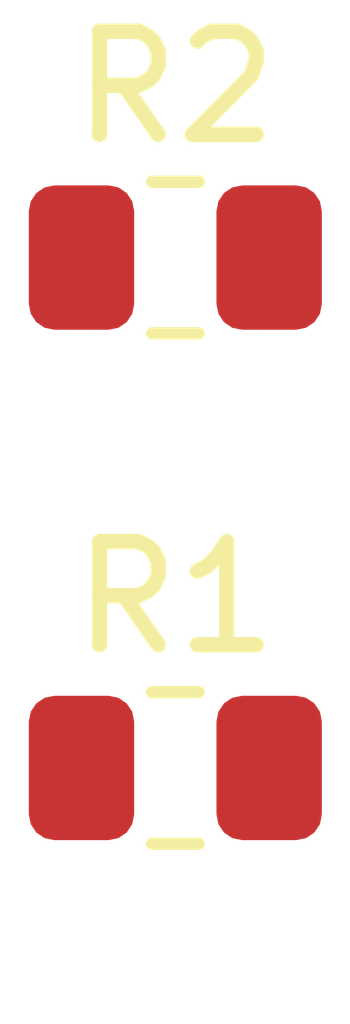
<source format=kicad_pcb>
(kicad_pcb (version 20240108) (generator "pcbnew") (generator_version "8.0")
  (layers (0 "F.Cu" signal) (31 "B.Cu" signal) (34 "B.Paste" user) (35 "F.Paste" user) (36 "B.SilkS" user "B.Silkscreen") (37 "F.SilkS" user "F.Silkscreen") (38 "B.Mask" user) (39 "F.Mask" user) (44 "Edge.Cuts" user))
  (net 0 "")
  (net 1 "Net-(R1-Pad2)")
  (net 2 "Net-(R1-Pad1)")
  (footprint "Resistor_SMD:R_0805_2012Metric" (layer "F.Cu") (at 128.0875 51)
    (property "Reference" "R1" (at 0 -1.65 0) (layer "F.SilkS"))
    (property "Value" "R")
    (fp_line (start -0.227064 -0.735) (end 0.227064 -0.735) (stroke (width 0.12)) (layer "F.SilkS"))
    (fp_line (start -0.227064 0.735) (end 0.227064 0.735) (stroke (width 0.12)) (layer "F.SilkS"))
    (pad "1" smd roundrect (at -0.9125 0) (size 1.025 1.4) (layers "F.Cu" "F.Paste" "F.Mask") (roundrect_rratio 0.243902) (net 2 "Net-(R1-Pad1)"))
    (pad "2" smd roundrect (at 0.9125 0) (size 1.025 1.4) (layers "F.Cu" "F.Paste" "F.Mask") (roundrect_rratio 0.243902) (net 1 "Net-(R1-Pad2)"))
  )
  (footprint "Resistor_SMD:R_0805_2012Metric" (layer "F.Cu") (at 128.0875 46.05)
    (property "Reference" "R2" (at 0 -1.65 0) (layer "F.SilkS"))
    (property "Value" "R")
    (fp_line (start -0.227064 -0.735) (end 0.227064 -0.735) (stroke (width 0.12)) (layer "F.SilkS"))
    (fp_line (start -0.227064 0.735) (end 0.227064 0.735) (stroke (width 0.12)) (layer "F.SilkS"))
    (pad "1" smd roundrect (at -0.9125 0) (size 1.025 1.4) (layers "F.Cu" "F.Paste" "F.Mask") (roundrect_rratio 0.243902) (net 2 "Net-(R1-Pad1)"))
    (pad "2" smd roundrect (at 0.9125 0) (size 1.025 1.4) (layers "F.Cu" "F.Paste" "F.Mask") (roundrect_rratio 0.243902) (net 1 "Net-(R1-Pad2)"))
  )
)
</source>
